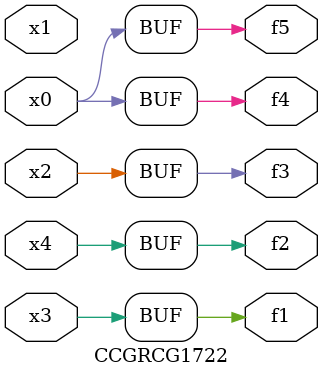
<source format=v>
module CCGRCG1722(
	input x0, x1, x2, x3, x4,
	output f1, f2, f3, f4, f5
);
	assign f1 = x3;
	assign f2 = x4;
	assign f3 = x2;
	assign f4 = x0;
	assign f5 = x0;
endmodule

</source>
